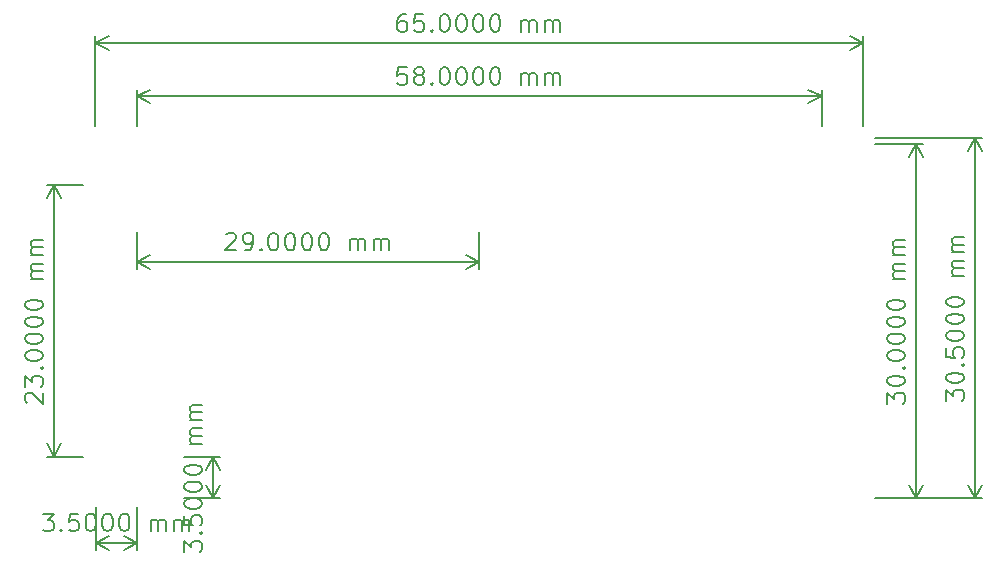
<source format=gbr>
G04 #@! TF.GenerationSoftware,KiCad,Pcbnew,8.0.0*
G04 #@! TF.CreationDate,2024-03-06T16:50:22+00:00*
G04 #@! TF.ProjectId,cyclops,6379636c-6f70-4732-9e6b-696361645f70,rev?*
G04 #@! TF.SameCoordinates,Original*
G04 #@! TF.FileFunction,OtherDrawing,Comment*
%FSLAX46Y46*%
G04 Gerber Fmt 4.6, Leading zero omitted, Abs format (unit mm)*
G04 Created by KiCad (PCBNEW 8.0.0) date 2024-03-06 16:50:22*
%MOMM*%
%LPD*%
G01*
G04 APERTURE LIST*
%ADD10C,0.150000*%
G04 APERTURE END LIST*
D10*
X117403128Y-103910714D02*
X117403128Y-102982142D01*
X117403128Y-102982142D02*
X117974557Y-103482142D01*
X117974557Y-103482142D02*
X117974557Y-103267857D01*
X117974557Y-103267857D02*
X118045985Y-103125000D01*
X118045985Y-103125000D02*
X118117414Y-103053571D01*
X118117414Y-103053571D02*
X118260271Y-102982142D01*
X118260271Y-102982142D02*
X118617414Y-102982142D01*
X118617414Y-102982142D02*
X118760271Y-103053571D01*
X118760271Y-103053571D02*
X118831700Y-103125000D01*
X118831700Y-103125000D02*
X118903128Y-103267857D01*
X118903128Y-103267857D02*
X118903128Y-103696428D01*
X118903128Y-103696428D02*
X118831700Y-103839285D01*
X118831700Y-103839285D02*
X118760271Y-103910714D01*
X118760271Y-102339286D02*
X118831700Y-102267857D01*
X118831700Y-102267857D02*
X118903128Y-102339286D01*
X118903128Y-102339286D02*
X118831700Y-102410714D01*
X118831700Y-102410714D02*
X118760271Y-102339286D01*
X118760271Y-102339286D02*
X118903128Y-102339286D01*
X117403128Y-100910714D02*
X117403128Y-101625000D01*
X117403128Y-101625000D02*
X118117414Y-101696428D01*
X118117414Y-101696428D02*
X118045985Y-101625000D01*
X118045985Y-101625000D02*
X117974557Y-101482143D01*
X117974557Y-101482143D02*
X117974557Y-101125000D01*
X117974557Y-101125000D02*
X118045985Y-100982143D01*
X118045985Y-100982143D02*
X118117414Y-100910714D01*
X118117414Y-100910714D02*
X118260271Y-100839285D01*
X118260271Y-100839285D02*
X118617414Y-100839285D01*
X118617414Y-100839285D02*
X118760271Y-100910714D01*
X118760271Y-100910714D02*
X118831700Y-100982143D01*
X118831700Y-100982143D02*
X118903128Y-101125000D01*
X118903128Y-101125000D02*
X118903128Y-101482143D01*
X118903128Y-101482143D02*
X118831700Y-101625000D01*
X118831700Y-101625000D02*
X118760271Y-101696428D01*
X117403128Y-99910714D02*
X117403128Y-99767857D01*
X117403128Y-99767857D02*
X117474557Y-99625000D01*
X117474557Y-99625000D02*
X117545985Y-99553572D01*
X117545985Y-99553572D02*
X117688842Y-99482143D01*
X117688842Y-99482143D02*
X117974557Y-99410714D01*
X117974557Y-99410714D02*
X118331700Y-99410714D01*
X118331700Y-99410714D02*
X118617414Y-99482143D01*
X118617414Y-99482143D02*
X118760271Y-99553572D01*
X118760271Y-99553572D02*
X118831700Y-99625000D01*
X118831700Y-99625000D02*
X118903128Y-99767857D01*
X118903128Y-99767857D02*
X118903128Y-99910714D01*
X118903128Y-99910714D02*
X118831700Y-100053572D01*
X118831700Y-100053572D02*
X118760271Y-100125000D01*
X118760271Y-100125000D02*
X118617414Y-100196429D01*
X118617414Y-100196429D02*
X118331700Y-100267857D01*
X118331700Y-100267857D02*
X117974557Y-100267857D01*
X117974557Y-100267857D02*
X117688842Y-100196429D01*
X117688842Y-100196429D02*
X117545985Y-100125000D01*
X117545985Y-100125000D02*
X117474557Y-100053572D01*
X117474557Y-100053572D02*
X117403128Y-99910714D01*
X117403128Y-98482143D02*
X117403128Y-98339286D01*
X117403128Y-98339286D02*
X117474557Y-98196429D01*
X117474557Y-98196429D02*
X117545985Y-98125001D01*
X117545985Y-98125001D02*
X117688842Y-98053572D01*
X117688842Y-98053572D02*
X117974557Y-97982143D01*
X117974557Y-97982143D02*
X118331700Y-97982143D01*
X118331700Y-97982143D02*
X118617414Y-98053572D01*
X118617414Y-98053572D02*
X118760271Y-98125001D01*
X118760271Y-98125001D02*
X118831700Y-98196429D01*
X118831700Y-98196429D02*
X118903128Y-98339286D01*
X118903128Y-98339286D02*
X118903128Y-98482143D01*
X118903128Y-98482143D02*
X118831700Y-98625001D01*
X118831700Y-98625001D02*
X118760271Y-98696429D01*
X118760271Y-98696429D02*
X118617414Y-98767858D01*
X118617414Y-98767858D02*
X118331700Y-98839286D01*
X118331700Y-98839286D02*
X117974557Y-98839286D01*
X117974557Y-98839286D02*
X117688842Y-98767858D01*
X117688842Y-98767858D02*
X117545985Y-98696429D01*
X117545985Y-98696429D02*
X117474557Y-98625001D01*
X117474557Y-98625001D02*
X117403128Y-98482143D01*
X117403128Y-97053572D02*
X117403128Y-96910715D01*
X117403128Y-96910715D02*
X117474557Y-96767858D01*
X117474557Y-96767858D02*
X117545985Y-96696430D01*
X117545985Y-96696430D02*
X117688842Y-96625001D01*
X117688842Y-96625001D02*
X117974557Y-96553572D01*
X117974557Y-96553572D02*
X118331700Y-96553572D01*
X118331700Y-96553572D02*
X118617414Y-96625001D01*
X118617414Y-96625001D02*
X118760271Y-96696430D01*
X118760271Y-96696430D02*
X118831700Y-96767858D01*
X118831700Y-96767858D02*
X118903128Y-96910715D01*
X118903128Y-96910715D02*
X118903128Y-97053572D01*
X118903128Y-97053572D02*
X118831700Y-97196430D01*
X118831700Y-97196430D02*
X118760271Y-97267858D01*
X118760271Y-97267858D02*
X118617414Y-97339287D01*
X118617414Y-97339287D02*
X118331700Y-97410715D01*
X118331700Y-97410715D02*
X117974557Y-97410715D01*
X117974557Y-97410715D02*
X117688842Y-97339287D01*
X117688842Y-97339287D02*
X117545985Y-97267858D01*
X117545985Y-97267858D02*
X117474557Y-97196430D01*
X117474557Y-97196430D02*
X117403128Y-97053572D01*
X118903128Y-94767859D02*
X117903128Y-94767859D01*
X118045985Y-94767859D02*
X117974557Y-94696430D01*
X117974557Y-94696430D02*
X117903128Y-94553573D01*
X117903128Y-94553573D02*
X117903128Y-94339287D01*
X117903128Y-94339287D02*
X117974557Y-94196430D01*
X117974557Y-94196430D02*
X118117414Y-94125002D01*
X118117414Y-94125002D02*
X118903128Y-94125002D01*
X118117414Y-94125002D02*
X117974557Y-94053573D01*
X117974557Y-94053573D02*
X117903128Y-93910716D01*
X117903128Y-93910716D02*
X117903128Y-93696430D01*
X117903128Y-93696430D02*
X117974557Y-93553573D01*
X117974557Y-93553573D02*
X118117414Y-93482144D01*
X118117414Y-93482144D02*
X118903128Y-93482144D01*
X118903128Y-92767859D02*
X117903128Y-92767859D01*
X118045985Y-92767859D02*
X117974557Y-92696430D01*
X117974557Y-92696430D02*
X117903128Y-92553573D01*
X117903128Y-92553573D02*
X117903128Y-92339287D01*
X117903128Y-92339287D02*
X117974557Y-92196430D01*
X117974557Y-92196430D02*
X118117414Y-92125002D01*
X118117414Y-92125002D02*
X118903128Y-92125002D01*
X118117414Y-92125002D02*
X117974557Y-92053573D01*
X117974557Y-92053573D02*
X117903128Y-91910716D01*
X117903128Y-91910716D02*
X117903128Y-91696430D01*
X117903128Y-91696430D02*
X117974557Y-91553573D01*
X117974557Y-91553573D02*
X118117414Y-91482144D01*
X118117414Y-91482144D02*
X118903128Y-91482144D01*
X117367000Y-99375001D02*
X120453420Y-99375001D01*
X117367000Y-95875001D02*
X120453420Y-95875001D01*
X119867000Y-99375001D02*
X119867000Y-95875001D01*
X119867000Y-99375001D02*
X119867000Y-95875001D01*
X119867000Y-99375001D02*
X119280579Y-98248497D01*
X119867000Y-99375001D02*
X120453421Y-98248497D01*
X119867000Y-95875001D02*
X120453421Y-97001505D01*
X119867000Y-95875001D02*
X119280579Y-97001505D01*
X181903128Y-91124999D02*
X181903128Y-90196427D01*
X181903128Y-90196427D02*
X182474557Y-90696427D01*
X182474557Y-90696427D02*
X182474557Y-90482142D01*
X182474557Y-90482142D02*
X182545985Y-90339285D01*
X182545985Y-90339285D02*
X182617414Y-90267856D01*
X182617414Y-90267856D02*
X182760271Y-90196427D01*
X182760271Y-90196427D02*
X183117414Y-90196427D01*
X183117414Y-90196427D02*
X183260271Y-90267856D01*
X183260271Y-90267856D02*
X183331700Y-90339285D01*
X183331700Y-90339285D02*
X183403128Y-90482142D01*
X183403128Y-90482142D02*
X183403128Y-90910713D01*
X183403128Y-90910713D02*
X183331700Y-91053570D01*
X183331700Y-91053570D02*
X183260271Y-91124999D01*
X181903128Y-89267856D02*
X181903128Y-89124999D01*
X181903128Y-89124999D02*
X181974557Y-88982142D01*
X181974557Y-88982142D02*
X182045985Y-88910714D01*
X182045985Y-88910714D02*
X182188842Y-88839285D01*
X182188842Y-88839285D02*
X182474557Y-88767856D01*
X182474557Y-88767856D02*
X182831700Y-88767856D01*
X182831700Y-88767856D02*
X183117414Y-88839285D01*
X183117414Y-88839285D02*
X183260271Y-88910714D01*
X183260271Y-88910714D02*
X183331700Y-88982142D01*
X183331700Y-88982142D02*
X183403128Y-89124999D01*
X183403128Y-89124999D02*
X183403128Y-89267856D01*
X183403128Y-89267856D02*
X183331700Y-89410714D01*
X183331700Y-89410714D02*
X183260271Y-89482142D01*
X183260271Y-89482142D02*
X183117414Y-89553571D01*
X183117414Y-89553571D02*
X182831700Y-89624999D01*
X182831700Y-89624999D02*
X182474557Y-89624999D01*
X182474557Y-89624999D02*
X182188842Y-89553571D01*
X182188842Y-89553571D02*
X182045985Y-89482142D01*
X182045985Y-89482142D02*
X181974557Y-89410714D01*
X181974557Y-89410714D02*
X181903128Y-89267856D01*
X183260271Y-88125000D02*
X183331700Y-88053571D01*
X183331700Y-88053571D02*
X183403128Y-88125000D01*
X183403128Y-88125000D02*
X183331700Y-88196428D01*
X183331700Y-88196428D02*
X183260271Y-88125000D01*
X183260271Y-88125000D02*
X183403128Y-88125000D01*
X181903128Y-86696428D02*
X181903128Y-87410714D01*
X181903128Y-87410714D02*
X182617414Y-87482142D01*
X182617414Y-87482142D02*
X182545985Y-87410714D01*
X182545985Y-87410714D02*
X182474557Y-87267857D01*
X182474557Y-87267857D02*
X182474557Y-86910714D01*
X182474557Y-86910714D02*
X182545985Y-86767857D01*
X182545985Y-86767857D02*
X182617414Y-86696428D01*
X182617414Y-86696428D02*
X182760271Y-86624999D01*
X182760271Y-86624999D02*
X183117414Y-86624999D01*
X183117414Y-86624999D02*
X183260271Y-86696428D01*
X183260271Y-86696428D02*
X183331700Y-86767857D01*
X183331700Y-86767857D02*
X183403128Y-86910714D01*
X183403128Y-86910714D02*
X183403128Y-87267857D01*
X183403128Y-87267857D02*
X183331700Y-87410714D01*
X183331700Y-87410714D02*
X183260271Y-87482142D01*
X181903128Y-85696428D02*
X181903128Y-85553571D01*
X181903128Y-85553571D02*
X181974557Y-85410714D01*
X181974557Y-85410714D02*
X182045985Y-85339286D01*
X182045985Y-85339286D02*
X182188842Y-85267857D01*
X182188842Y-85267857D02*
X182474557Y-85196428D01*
X182474557Y-85196428D02*
X182831700Y-85196428D01*
X182831700Y-85196428D02*
X183117414Y-85267857D01*
X183117414Y-85267857D02*
X183260271Y-85339286D01*
X183260271Y-85339286D02*
X183331700Y-85410714D01*
X183331700Y-85410714D02*
X183403128Y-85553571D01*
X183403128Y-85553571D02*
X183403128Y-85696428D01*
X183403128Y-85696428D02*
X183331700Y-85839286D01*
X183331700Y-85839286D02*
X183260271Y-85910714D01*
X183260271Y-85910714D02*
X183117414Y-85982143D01*
X183117414Y-85982143D02*
X182831700Y-86053571D01*
X182831700Y-86053571D02*
X182474557Y-86053571D01*
X182474557Y-86053571D02*
X182188842Y-85982143D01*
X182188842Y-85982143D02*
X182045985Y-85910714D01*
X182045985Y-85910714D02*
X181974557Y-85839286D01*
X181974557Y-85839286D02*
X181903128Y-85696428D01*
X181903128Y-84267857D02*
X181903128Y-84125000D01*
X181903128Y-84125000D02*
X181974557Y-83982143D01*
X181974557Y-83982143D02*
X182045985Y-83910715D01*
X182045985Y-83910715D02*
X182188842Y-83839286D01*
X182188842Y-83839286D02*
X182474557Y-83767857D01*
X182474557Y-83767857D02*
X182831700Y-83767857D01*
X182831700Y-83767857D02*
X183117414Y-83839286D01*
X183117414Y-83839286D02*
X183260271Y-83910715D01*
X183260271Y-83910715D02*
X183331700Y-83982143D01*
X183331700Y-83982143D02*
X183403128Y-84125000D01*
X183403128Y-84125000D02*
X183403128Y-84267857D01*
X183403128Y-84267857D02*
X183331700Y-84410715D01*
X183331700Y-84410715D02*
X183260271Y-84482143D01*
X183260271Y-84482143D02*
X183117414Y-84553572D01*
X183117414Y-84553572D02*
X182831700Y-84625000D01*
X182831700Y-84625000D02*
X182474557Y-84625000D01*
X182474557Y-84625000D02*
X182188842Y-84553572D01*
X182188842Y-84553572D02*
X182045985Y-84482143D01*
X182045985Y-84482143D02*
X181974557Y-84410715D01*
X181974557Y-84410715D02*
X181903128Y-84267857D01*
X181903128Y-82839286D02*
X181903128Y-82696429D01*
X181903128Y-82696429D02*
X181974557Y-82553572D01*
X181974557Y-82553572D02*
X182045985Y-82482144D01*
X182045985Y-82482144D02*
X182188842Y-82410715D01*
X182188842Y-82410715D02*
X182474557Y-82339286D01*
X182474557Y-82339286D02*
X182831700Y-82339286D01*
X182831700Y-82339286D02*
X183117414Y-82410715D01*
X183117414Y-82410715D02*
X183260271Y-82482144D01*
X183260271Y-82482144D02*
X183331700Y-82553572D01*
X183331700Y-82553572D02*
X183403128Y-82696429D01*
X183403128Y-82696429D02*
X183403128Y-82839286D01*
X183403128Y-82839286D02*
X183331700Y-82982144D01*
X183331700Y-82982144D02*
X183260271Y-83053572D01*
X183260271Y-83053572D02*
X183117414Y-83125001D01*
X183117414Y-83125001D02*
X182831700Y-83196429D01*
X182831700Y-83196429D02*
X182474557Y-83196429D01*
X182474557Y-83196429D02*
X182188842Y-83125001D01*
X182188842Y-83125001D02*
X182045985Y-83053572D01*
X182045985Y-83053572D02*
X181974557Y-82982144D01*
X181974557Y-82982144D02*
X181903128Y-82839286D01*
X183403128Y-80553573D02*
X182403128Y-80553573D01*
X182545985Y-80553573D02*
X182474557Y-80482144D01*
X182474557Y-80482144D02*
X182403128Y-80339287D01*
X182403128Y-80339287D02*
X182403128Y-80125001D01*
X182403128Y-80125001D02*
X182474557Y-79982144D01*
X182474557Y-79982144D02*
X182617414Y-79910716D01*
X182617414Y-79910716D02*
X183403128Y-79910716D01*
X182617414Y-79910716D02*
X182474557Y-79839287D01*
X182474557Y-79839287D02*
X182403128Y-79696430D01*
X182403128Y-79696430D02*
X182403128Y-79482144D01*
X182403128Y-79482144D02*
X182474557Y-79339287D01*
X182474557Y-79339287D02*
X182617414Y-79267858D01*
X182617414Y-79267858D02*
X183403128Y-79267858D01*
X183403128Y-78553573D02*
X182403128Y-78553573D01*
X182545985Y-78553573D02*
X182474557Y-78482144D01*
X182474557Y-78482144D02*
X182403128Y-78339287D01*
X182403128Y-78339287D02*
X182403128Y-78125001D01*
X182403128Y-78125001D02*
X182474557Y-77982144D01*
X182474557Y-77982144D02*
X182617414Y-77910716D01*
X182617414Y-77910716D02*
X183403128Y-77910716D01*
X182617414Y-77910716D02*
X182474557Y-77839287D01*
X182474557Y-77839287D02*
X182403128Y-77696430D01*
X182403128Y-77696430D02*
X182403128Y-77482144D01*
X182403128Y-77482144D02*
X182474557Y-77339287D01*
X182474557Y-77339287D02*
X182617414Y-77267858D01*
X182617414Y-77267858D02*
X183403128Y-77267858D01*
X175867000Y-99375001D02*
X184953420Y-99375001D01*
X175867000Y-68875001D02*
X184953420Y-68875001D01*
X184367000Y-99375001D02*
X184367000Y-68875001D01*
X184367000Y-99375001D02*
X184367000Y-68875001D01*
X184367000Y-99375001D02*
X183780579Y-98248497D01*
X184367000Y-99375001D02*
X184953421Y-98248497D01*
X184367000Y-68875001D02*
X184953421Y-70001505D01*
X184367000Y-68875001D02*
X183780579Y-70001505D01*
X176903128Y-91374999D02*
X176903128Y-90446427D01*
X176903128Y-90446427D02*
X177474557Y-90946427D01*
X177474557Y-90946427D02*
X177474557Y-90732142D01*
X177474557Y-90732142D02*
X177545985Y-90589285D01*
X177545985Y-90589285D02*
X177617414Y-90517856D01*
X177617414Y-90517856D02*
X177760271Y-90446427D01*
X177760271Y-90446427D02*
X178117414Y-90446427D01*
X178117414Y-90446427D02*
X178260271Y-90517856D01*
X178260271Y-90517856D02*
X178331700Y-90589285D01*
X178331700Y-90589285D02*
X178403128Y-90732142D01*
X178403128Y-90732142D02*
X178403128Y-91160713D01*
X178403128Y-91160713D02*
X178331700Y-91303570D01*
X178331700Y-91303570D02*
X178260271Y-91374999D01*
X176903128Y-89517856D02*
X176903128Y-89374999D01*
X176903128Y-89374999D02*
X176974557Y-89232142D01*
X176974557Y-89232142D02*
X177045985Y-89160714D01*
X177045985Y-89160714D02*
X177188842Y-89089285D01*
X177188842Y-89089285D02*
X177474557Y-89017856D01*
X177474557Y-89017856D02*
X177831700Y-89017856D01*
X177831700Y-89017856D02*
X178117414Y-89089285D01*
X178117414Y-89089285D02*
X178260271Y-89160714D01*
X178260271Y-89160714D02*
X178331700Y-89232142D01*
X178331700Y-89232142D02*
X178403128Y-89374999D01*
X178403128Y-89374999D02*
X178403128Y-89517856D01*
X178403128Y-89517856D02*
X178331700Y-89660714D01*
X178331700Y-89660714D02*
X178260271Y-89732142D01*
X178260271Y-89732142D02*
X178117414Y-89803571D01*
X178117414Y-89803571D02*
X177831700Y-89874999D01*
X177831700Y-89874999D02*
X177474557Y-89874999D01*
X177474557Y-89874999D02*
X177188842Y-89803571D01*
X177188842Y-89803571D02*
X177045985Y-89732142D01*
X177045985Y-89732142D02*
X176974557Y-89660714D01*
X176974557Y-89660714D02*
X176903128Y-89517856D01*
X178260271Y-88375000D02*
X178331700Y-88303571D01*
X178331700Y-88303571D02*
X178403128Y-88375000D01*
X178403128Y-88375000D02*
X178331700Y-88446428D01*
X178331700Y-88446428D02*
X178260271Y-88375000D01*
X178260271Y-88375000D02*
X178403128Y-88375000D01*
X176903128Y-87374999D02*
X176903128Y-87232142D01*
X176903128Y-87232142D02*
X176974557Y-87089285D01*
X176974557Y-87089285D02*
X177045985Y-87017857D01*
X177045985Y-87017857D02*
X177188842Y-86946428D01*
X177188842Y-86946428D02*
X177474557Y-86874999D01*
X177474557Y-86874999D02*
X177831700Y-86874999D01*
X177831700Y-86874999D02*
X178117414Y-86946428D01*
X178117414Y-86946428D02*
X178260271Y-87017857D01*
X178260271Y-87017857D02*
X178331700Y-87089285D01*
X178331700Y-87089285D02*
X178403128Y-87232142D01*
X178403128Y-87232142D02*
X178403128Y-87374999D01*
X178403128Y-87374999D02*
X178331700Y-87517857D01*
X178331700Y-87517857D02*
X178260271Y-87589285D01*
X178260271Y-87589285D02*
X178117414Y-87660714D01*
X178117414Y-87660714D02*
X177831700Y-87732142D01*
X177831700Y-87732142D02*
X177474557Y-87732142D01*
X177474557Y-87732142D02*
X177188842Y-87660714D01*
X177188842Y-87660714D02*
X177045985Y-87589285D01*
X177045985Y-87589285D02*
X176974557Y-87517857D01*
X176974557Y-87517857D02*
X176903128Y-87374999D01*
X176903128Y-85946428D02*
X176903128Y-85803571D01*
X176903128Y-85803571D02*
X176974557Y-85660714D01*
X176974557Y-85660714D02*
X177045985Y-85589286D01*
X177045985Y-85589286D02*
X177188842Y-85517857D01*
X177188842Y-85517857D02*
X177474557Y-85446428D01*
X177474557Y-85446428D02*
X177831700Y-85446428D01*
X177831700Y-85446428D02*
X178117414Y-85517857D01*
X178117414Y-85517857D02*
X178260271Y-85589286D01*
X178260271Y-85589286D02*
X178331700Y-85660714D01*
X178331700Y-85660714D02*
X178403128Y-85803571D01*
X178403128Y-85803571D02*
X178403128Y-85946428D01*
X178403128Y-85946428D02*
X178331700Y-86089286D01*
X178331700Y-86089286D02*
X178260271Y-86160714D01*
X178260271Y-86160714D02*
X178117414Y-86232143D01*
X178117414Y-86232143D02*
X177831700Y-86303571D01*
X177831700Y-86303571D02*
X177474557Y-86303571D01*
X177474557Y-86303571D02*
X177188842Y-86232143D01*
X177188842Y-86232143D02*
X177045985Y-86160714D01*
X177045985Y-86160714D02*
X176974557Y-86089286D01*
X176974557Y-86089286D02*
X176903128Y-85946428D01*
X176903128Y-84517857D02*
X176903128Y-84375000D01*
X176903128Y-84375000D02*
X176974557Y-84232143D01*
X176974557Y-84232143D02*
X177045985Y-84160715D01*
X177045985Y-84160715D02*
X177188842Y-84089286D01*
X177188842Y-84089286D02*
X177474557Y-84017857D01*
X177474557Y-84017857D02*
X177831700Y-84017857D01*
X177831700Y-84017857D02*
X178117414Y-84089286D01*
X178117414Y-84089286D02*
X178260271Y-84160715D01*
X178260271Y-84160715D02*
X178331700Y-84232143D01*
X178331700Y-84232143D02*
X178403128Y-84375000D01*
X178403128Y-84375000D02*
X178403128Y-84517857D01*
X178403128Y-84517857D02*
X178331700Y-84660715D01*
X178331700Y-84660715D02*
X178260271Y-84732143D01*
X178260271Y-84732143D02*
X178117414Y-84803572D01*
X178117414Y-84803572D02*
X177831700Y-84875000D01*
X177831700Y-84875000D02*
X177474557Y-84875000D01*
X177474557Y-84875000D02*
X177188842Y-84803572D01*
X177188842Y-84803572D02*
X177045985Y-84732143D01*
X177045985Y-84732143D02*
X176974557Y-84660715D01*
X176974557Y-84660715D02*
X176903128Y-84517857D01*
X176903128Y-83089286D02*
X176903128Y-82946429D01*
X176903128Y-82946429D02*
X176974557Y-82803572D01*
X176974557Y-82803572D02*
X177045985Y-82732144D01*
X177045985Y-82732144D02*
X177188842Y-82660715D01*
X177188842Y-82660715D02*
X177474557Y-82589286D01*
X177474557Y-82589286D02*
X177831700Y-82589286D01*
X177831700Y-82589286D02*
X178117414Y-82660715D01*
X178117414Y-82660715D02*
X178260271Y-82732144D01*
X178260271Y-82732144D02*
X178331700Y-82803572D01*
X178331700Y-82803572D02*
X178403128Y-82946429D01*
X178403128Y-82946429D02*
X178403128Y-83089286D01*
X178403128Y-83089286D02*
X178331700Y-83232144D01*
X178331700Y-83232144D02*
X178260271Y-83303572D01*
X178260271Y-83303572D02*
X178117414Y-83375001D01*
X178117414Y-83375001D02*
X177831700Y-83446429D01*
X177831700Y-83446429D02*
X177474557Y-83446429D01*
X177474557Y-83446429D02*
X177188842Y-83375001D01*
X177188842Y-83375001D02*
X177045985Y-83303572D01*
X177045985Y-83303572D02*
X176974557Y-83232144D01*
X176974557Y-83232144D02*
X176903128Y-83089286D01*
X178403128Y-80803573D02*
X177403128Y-80803573D01*
X177545985Y-80803573D02*
X177474557Y-80732144D01*
X177474557Y-80732144D02*
X177403128Y-80589287D01*
X177403128Y-80589287D02*
X177403128Y-80375001D01*
X177403128Y-80375001D02*
X177474557Y-80232144D01*
X177474557Y-80232144D02*
X177617414Y-80160716D01*
X177617414Y-80160716D02*
X178403128Y-80160716D01*
X177617414Y-80160716D02*
X177474557Y-80089287D01*
X177474557Y-80089287D02*
X177403128Y-79946430D01*
X177403128Y-79946430D02*
X177403128Y-79732144D01*
X177403128Y-79732144D02*
X177474557Y-79589287D01*
X177474557Y-79589287D02*
X177617414Y-79517858D01*
X177617414Y-79517858D02*
X178403128Y-79517858D01*
X178403128Y-78803573D02*
X177403128Y-78803573D01*
X177545985Y-78803573D02*
X177474557Y-78732144D01*
X177474557Y-78732144D02*
X177403128Y-78589287D01*
X177403128Y-78589287D02*
X177403128Y-78375001D01*
X177403128Y-78375001D02*
X177474557Y-78232144D01*
X177474557Y-78232144D02*
X177617414Y-78160716D01*
X177617414Y-78160716D02*
X178403128Y-78160716D01*
X177617414Y-78160716D02*
X177474557Y-78089287D01*
X177474557Y-78089287D02*
X177403128Y-77946430D01*
X177403128Y-77946430D02*
X177403128Y-77732144D01*
X177403128Y-77732144D02*
X177474557Y-77589287D01*
X177474557Y-77589287D02*
X177617414Y-77517858D01*
X177617414Y-77517858D02*
X178403128Y-77517858D01*
X175867000Y-99375001D02*
X179953420Y-99375001D01*
X175867000Y-69375001D02*
X179953420Y-69375001D01*
X179367000Y-99375001D02*
X179367000Y-69375001D01*
X179367000Y-99375001D02*
X179367000Y-69375001D01*
X179367000Y-99375001D02*
X178780579Y-98248497D01*
X179367000Y-99375001D02*
X179953421Y-98248497D01*
X179367000Y-69375001D02*
X179953421Y-70501505D01*
X179367000Y-69375001D02*
X178780579Y-70501505D01*
X105400169Y-100692229D02*
X106328741Y-100692229D01*
X106328741Y-100692229D02*
X105828741Y-101263658D01*
X105828741Y-101263658D02*
X106043026Y-101263658D01*
X106043026Y-101263658D02*
X106185884Y-101335086D01*
X106185884Y-101335086D02*
X106257312Y-101406515D01*
X106257312Y-101406515D02*
X106328741Y-101549372D01*
X106328741Y-101549372D02*
X106328741Y-101906515D01*
X106328741Y-101906515D02*
X106257312Y-102049372D01*
X106257312Y-102049372D02*
X106185884Y-102120801D01*
X106185884Y-102120801D02*
X106043026Y-102192229D01*
X106043026Y-102192229D02*
X105614455Y-102192229D01*
X105614455Y-102192229D02*
X105471598Y-102120801D01*
X105471598Y-102120801D02*
X105400169Y-102049372D01*
X106971597Y-102049372D02*
X107043026Y-102120801D01*
X107043026Y-102120801D02*
X106971597Y-102192229D01*
X106971597Y-102192229D02*
X106900169Y-102120801D01*
X106900169Y-102120801D02*
X106971597Y-102049372D01*
X106971597Y-102049372D02*
X106971597Y-102192229D01*
X108400169Y-100692229D02*
X107685883Y-100692229D01*
X107685883Y-100692229D02*
X107614455Y-101406515D01*
X107614455Y-101406515D02*
X107685883Y-101335086D01*
X107685883Y-101335086D02*
X107828741Y-101263658D01*
X107828741Y-101263658D02*
X108185883Y-101263658D01*
X108185883Y-101263658D02*
X108328741Y-101335086D01*
X108328741Y-101335086D02*
X108400169Y-101406515D01*
X108400169Y-101406515D02*
X108471598Y-101549372D01*
X108471598Y-101549372D02*
X108471598Y-101906515D01*
X108471598Y-101906515D02*
X108400169Y-102049372D01*
X108400169Y-102049372D02*
X108328741Y-102120801D01*
X108328741Y-102120801D02*
X108185883Y-102192229D01*
X108185883Y-102192229D02*
X107828741Y-102192229D01*
X107828741Y-102192229D02*
X107685883Y-102120801D01*
X107685883Y-102120801D02*
X107614455Y-102049372D01*
X109400169Y-100692229D02*
X109543026Y-100692229D01*
X109543026Y-100692229D02*
X109685883Y-100763658D01*
X109685883Y-100763658D02*
X109757312Y-100835086D01*
X109757312Y-100835086D02*
X109828740Y-100977943D01*
X109828740Y-100977943D02*
X109900169Y-101263658D01*
X109900169Y-101263658D02*
X109900169Y-101620801D01*
X109900169Y-101620801D02*
X109828740Y-101906515D01*
X109828740Y-101906515D02*
X109757312Y-102049372D01*
X109757312Y-102049372D02*
X109685883Y-102120801D01*
X109685883Y-102120801D02*
X109543026Y-102192229D01*
X109543026Y-102192229D02*
X109400169Y-102192229D01*
X109400169Y-102192229D02*
X109257312Y-102120801D01*
X109257312Y-102120801D02*
X109185883Y-102049372D01*
X109185883Y-102049372D02*
X109114454Y-101906515D01*
X109114454Y-101906515D02*
X109043026Y-101620801D01*
X109043026Y-101620801D02*
X109043026Y-101263658D01*
X109043026Y-101263658D02*
X109114454Y-100977943D01*
X109114454Y-100977943D02*
X109185883Y-100835086D01*
X109185883Y-100835086D02*
X109257312Y-100763658D01*
X109257312Y-100763658D02*
X109400169Y-100692229D01*
X110828740Y-100692229D02*
X110971597Y-100692229D01*
X110971597Y-100692229D02*
X111114454Y-100763658D01*
X111114454Y-100763658D02*
X111185883Y-100835086D01*
X111185883Y-100835086D02*
X111257311Y-100977943D01*
X111257311Y-100977943D02*
X111328740Y-101263658D01*
X111328740Y-101263658D02*
X111328740Y-101620801D01*
X111328740Y-101620801D02*
X111257311Y-101906515D01*
X111257311Y-101906515D02*
X111185883Y-102049372D01*
X111185883Y-102049372D02*
X111114454Y-102120801D01*
X111114454Y-102120801D02*
X110971597Y-102192229D01*
X110971597Y-102192229D02*
X110828740Y-102192229D01*
X110828740Y-102192229D02*
X110685883Y-102120801D01*
X110685883Y-102120801D02*
X110614454Y-102049372D01*
X110614454Y-102049372D02*
X110543025Y-101906515D01*
X110543025Y-101906515D02*
X110471597Y-101620801D01*
X110471597Y-101620801D02*
X110471597Y-101263658D01*
X110471597Y-101263658D02*
X110543025Y-100977943D01*
X110543025Y-100977943D02*
X110614454Y-100835086D01*
X110614454Y-100835086D02*
X110685883Y-100763658D01*
X110685883Y-100763658D02*
X110828740Y-100692229D01*
X112257311Y-100692229D02*
X112400168Y-100692229D01*
X112400168Y-100692229D02*
X112543025Y-100763658D01*
X112543025Y-100763658D02*
X112614454Y-100835086D01*
X112614454Y-100835086D02*
X112685882Y-100977943D01*
X112685882Y-100977943D02*
X112757311Y-101263658D01*
X112757311Y-101263658D02*
X112757311Y-101620801D01*
X112757311Y-101620801D02*
X112685882Y-101906515D01*
X112685882Y-101906515D02*
X112614454Y-102049372D01*
X112614454Y-102049372D02*
X112543025Y-102120801D01*
X112543025Y-102120801D02*
X112400168Y-102192229D01*
X112400168Y-102192229D02*
X112257311Y-102192229D01*
X112257311Y-102192229D02*
X112114454Y-102120801D01*
X112114454Y-102120801D02*
X112043025Y-102049372D01*
X112043025Y-102049372D02*
X111971596Y-101906515D01*
X111971596Y-101906515D02*
X111900168Y-101620801D01*
X111900168Y-101620801D02*
X111900168Y-101263658D01*
X111900168Y-101263658D02*
X111971596Y-100977943D01*
X111971596Y-100977943D02*
X112043025Y-100835086D01*
X112043025Y-100835086D02*
X112114454Y-100763658D01*
X112114454Y-100763658D02*
X112257311Y-100692229D01*
X114543024Y-102192229D02*
X114543024Y-101192229D01*
X114543024Y-101335086D02*
X114614453Y-101263658D01*
X114614453Y-101263658D02*
X114757310Y-101192229D01*
X114757310Y-101192229D02*
X114971596Y-101192229D01*
X114971596Y-101192229D02*
X115114453Y-101263658D01*
X115114453Y-101263658D02*
X115185882Y-101406515D01*
X115185882Y-101406515D02*
X115185882Y-102192229D01*
X115185882Y-101406515D02*
X115257310Y-101263658D01*
X115257310Y-101263658D02*
X115400167Y-101192229D01*
X115400167Y-101192229D02*
X115614453Y-101192229D01*
X115614453Y-101192229D02*
X115757310Y-101263658D01*
X115757310Y-101263658D02*
X115828739Y-101406515D01*
X115828739Y-101406515D02*
X115828739Y-102192229D01*
X116543024Y-102192229D02*
X116543024Y-101192229D01*
X116543024Y-101335086D02*
X116614453Y-101263658D01*
X116614453Y-101263658D02*
X116757310Y-101192229D01*
X116757310Y-101192229D02*
X116971596Y-101192229D01*
X116971596Y-101192229D02*
X117114453Y-101263658D01*
X117114453Y-101263658D02*
X117185882Y-101406515D01*
X117185882Y-101406515D02*
X117185882Y-102192229D01*
X117185882Y-101406515D02*
X117257310Y-101263658D01*
X117257310Y-101263658D02*
X117400167Y-101192229D01*
X117400167Y-101192229D02*
X117614453Y-101192229D01*
X117614453Y-101192229D02*
X117757310Y-101263658D01*
X117757310Y-101263658D02*
X117828739Y-101406515D01*
X117828739Y-101406515D02*
X117828739Y-102192229D01*
X113435883Y-100156101D02*
X113435883Y-103742521D01*
X109935883Y-100156101D02*
X109935883Y-103742521D01*
X113435883Y-103156101D02*
X109935883Y-103156101D01*
X113435883Y-103156101D02*
X109935883Y-103156101D01*
X113435883Y-103156101D02*
X112309379Y-103742522D01*
X113435883Y-103156101D02*
X112309379Y-102569680D01*
X109935883Y-103156101D02*
X111062387Y-102569680D01*
X109935883Y-103156101D02*
X111062387Y-103742522D01*
X136152716Y-58411129D02*
X135867001Y-58411129D01*
X135867001Y-58411129D02*
X135724144Y-58482558D01*
X135724144Y-58482558D02*
X135652716Y-58553986D01*
X135652716Y-58553986D02*
X135509858Y-58768272D01*
X135509858Y-58768272D02*
X135438430Y-59053986D01*
X135438430Y-59053986D02*
X135438430Y-59625415D01*
X135438430Y-59625415D02*
X135509858Y-59768272D01*
X135509858Y-59768272D02*
X135581287Y-59839701D01*
X135581287Y-59839701D02*
X135724144Y-59911129D01*
X135724144Y-59911129D02*
X136009858Y-59911129D01*
X136009858Y-59911129D02*
X136152716Y-59839701D01*
X136152716Y-59839701D02*
X136224144Y-59768272D01*
X136224144Y-59768272D02*
X136295573Y-59625415D01*
X136295573Y-59625415D02*
X136295573Y-59268272D01*
X136295573Y-59268272D02*
X136224144Y-59125415D01*
X136224144Y-59125415D02*
X136152716Y-59053986D01*
X136152716Y-59053986D02*
X136009858Y-58982558D01*
X136009858Y-58982558D02*
X135724144Y-58982558D01*
X135724144Y-58982558D02*
X135581287Y-59053986D01*
X135581287Y-59053986D02*
X135509858Y-59125415D01*
X135509858Y-59125415D02*
X135438430Y-59268272D01*
X137652715Y-58411129D02*
X136938429Y-58411129D01*
X136938429Y-58411129D02*
X136867001Y-59125415D01*
X136867001Y-59125415D02*
X136938429Y-59053986D01*
X136938429Y-59053986D02*
X137081287Y-58982558D01*
X137081287Y-58982558D02*
X137438429Y-58982558D01*
X137438429Y-58982558D02*
X137581287Y-59053986D01*
X137581287Y-59053986D02*
X137652715Y-59125415D01*
X137652715Y-59125415D02*
X137724144Y-59268272D01*
X137724144Y-59268272D02*
X137724144Y-59625415D01*
X137724144Y-59625415D02*
X137652715Y-59768272D01*
X137652715Y-59768272D02*
X137581287Y-59839701D01*
X137581287Y-59839701D02*
X137438429Y-59911129D01*
X137438429Y-59911129D02*
X137081287Y-59911129D01*
X137081287Y-59911129D02*
X136938429Y-59839701D01*
X136938429Y-59839701D02*
X136867001Y-59768272D01*
X138367000Y-59768272D02*
X138438429Y-59839701D01*
X138438429Y-59839701D02*
X138367000Y-59911129D01*
X138367000Y-59911129D02*
X138295572Y-59839701D01*
X138295572Y-59839701D02*
X138367000Y-59768272D01*
X138367000Y-59768272D02*
X138367000Y-59911129D01*
X139367001Y-58411129D02*
X139509858Y-58411129D01*
X139509858Y-58411129D02*
X139652715Y-58482558D01*
X139652715Y-58482558D02*
X139724144Y-58553986D01*
X139724144Y-58553986D02*
X139795572Y-58696843D01*
X139795572Y-58696843D02*
X139867001Y-58982558D01*
X139867001Y-58982558D02*
X139867001Y-59339701D01*
X139867001Y-59339701D02*
X139795572Y-59625415D01*
X139795572Y-59625415D02*
X139724144Y-59768272D01*
X139724144Y-59768272D02*
X139652715Y-59839701D01*
X139652715Y-59839701D02*
X139509858Y-59911129D01*
X139509858Y-59911129D02*
X139367001Y-59911129D01*
X139367001Y-59911129D02*
X139224144Y-59839701D01*
X139224144Y-59839701D02*
X139152715Y-59768272D01*
X139152715Y-59768272D02*
X139081286Y-59625415D01*
X139081286Y-59625415D02*
X139009858Y-59339701D01*
X139009858Y-59339701D02*
X139009858Y-58982558D01*
X139009858Y-58982558D02*
X139081286Y-58696843D01*
X139081286Y-58696843D02*
X139152715Y-58553986D01*
X139152715Y-58553986D02*
X139224144Y-58482558D01*
X139224144Y-58482558D02*
X139367001Y-58411129D01*
X140795572Y-58411129D02*
X140938429Y-58411129D01*
X140938429Y-58411129D02*
X141081286Y-58482558D01*
X141081286Y-58482558D02*
X141152715Y-58553986D01*
X141152715Y-58553986D02*
X141224143Y-58696843D01*
X141224143Y-58696843D02*
X141295572Y-58982558D01*
X141295572Y-58982558D02*
X141295572Y-59339701D01*
X141295572Y-59339701D02*
X141224143Y-59625415D01*
X141224143Y-59625415D02*
X141152715Y-59768272D01*
X141152715Y-59768272D02*
X141081286Y-59839701D01*
X141081286Y-59839701D02*
X140938429Y-59911129D01*
X140938429Y-59911129D02*
X140795572Y-59911129D01*
X140795572Y-59911129D02*
X140652715Y-59839701D01*
X140652715Y-59839701D02*
X140581286Y-59768272D01*
X140581286Y-59768272D02*
X140509857Y-59625415D01*
X140509857Y-59625415D02*
X140438429Y-59339701D01*
X140438429Y-59339701D02*
X140438429Y-58982558D01*
X140438429Y-58982558D02*
X140509857Y-58696843D01*
X140509857Y-58696843D02*
X140581286Y-58553986D01*
X140581286Y-58553986D02*
X140652715Y-58482558D01*
X140652715Y-58482558D02*
X140795572Y-58411129D01*
X142224143Y-58411129D02*
X142367000Y-58411129D01*
X142367000Y-58411129D02*
X142509857Y-58482558D01*
X142509857Y-58482558D02*
X142581286Y-58553986D01*
X142581286Y-58553986D02*
X142652714Y-58696843D01*
X142652714Y-58696843D02*
X142724143Y-58982558D01*
X142724143Y-58982558D02*
X142724143Y-59339701D01*
X142724143Y-59339701D02*
X142652714Y-59625415D01*
X142652714Y-59625415D02*
X142581286Y-59768272D01*
X142581286Y-59768272D02*
X142509857Y-59839701D01*
X142509857Y-59839701D02*
X142367000Y-59911129D01*
X142367000Y-59911129D02*
X142224143Y-59911129D01*
X142224143Y-59911129D02*
X142081286Y-59839701D01*
X142081286Y-59839701D02*
X142009857Y-59768272D01*
X142009857Y-59768272D02*
X141938428Y-59625415D01*
X141938428Y-59625415D02*
X141867000Y-59339701D01*
X141867000Y-59339701D02*
X141867000Y-58982558D01*
X141867000Y-58982558D02*
X141938428Y-58696843D01*
X141938428Y-58696843D02*
X142009857Y-58553986D01*
X142009857Y-58553986D02*
X142081286Y-58482558D01*
X142081286Y-58482558D02*
X142224143Y-58411129D01*
X143652714Y-58411129D02*
X143795571Y-58411129D01*
X143795571Y-58411129D02*
X143938428Y-58482558D01*
X143938428Y-58482558D02*
X144009857Y-58553986D01*
X144009857Y-58553986D02*
X144081285Y-58696843D01*
X144081285Y-58696843D02*
X144152714Y-58982558D01*
X144152714Y-58982558D02*
X144152714Y-59339701D01*
X144152714Y-59339701D02*
X144081285Y-59625415D01*
X144081285Y-59625415D02*
X144009857Y-59768272D01*
X144009857Y-59768272D02*
X143938428Y-59839701D01*
X143938428Y-59839701D02*
X143795571Y-59911129D01*
X143795571Y-59911129D02*
X143652714Y-59911129D01*
X143652714Y-59911129D02*
X143509857Y-59839701D01*
X143509857Y-59839701D02*
X143438428Y-59768272D01*
X143438428Y-59768272D02*
X143366999Y-59625415D01*
X143366999Y-59625415D02*
X143295571Y-59339701D01*
X143295571Y-59339701D02*
X143295571Y-58982558D01*
X143295571Y-58982558D02*
X143366999Y-58696843D01*
X143366999Y-58696843D02*
X143438428Y-58553986D01*
X143438428Y-58553986D02*
X143509857Y-58482558D01*
X143509857Y-58482558D02*
X143652714Y-58411129D01*
X145938427Y-59911129D02*
X145938427Y-58911129D01*
X145938427Y-59053986D02*
X146009856Y-58982558D01*
X146009856Y-58982558D02*
X146152713Y-58911129D01*
X146152713Y-58911129D02*
X146366999Y-58911129D01*
X146366999Y-58911129D02*
X146509856Y-58982558D01*
X146509856Y-58982558D02*
X146581285Y-59125415D01*
X146581285Y-59125415D02*
X146581285Y-59911129D01*
X146581285Y-59125415D02*
X146652713Y-58982558D01*
X146652713Y-58982558D02*
X146795570Y-58911129D01*
X146795570Y-58911129D02*
X147009856Y-58911129D01*
X147009856Y-58911129D02*
X147152713Y-58982558D01*
X147152713Y-58982558D02*
X147224142Y-59125415D01*
X147224142Y-59125415D02*
X147224142Y-59911129D01*
X147938427Y-59911129D02*
X147938427Y-58911129D01*
X147938427Y-59053986D02*
X148009856Y-58982558D01*
X148009856Y-58982558D02*
X148152713Y-58911129D01*
X148152713Y-58911129D02*
X148366999Y-58911129D01*
X148366999Y-58911129D02*
X148509856Y-58982558D01*
X148509856Y-58982558D02*
X148581285Y-59125415D01*
X148581285Y-59125415D02*
X148581285Y-59911129D01*
X148581285Y-59125415D02*
X148652713Y-58982558D01*
X148652713Y-58982558D02*
X148795570Y-58911129D01*
X148795570Y-58911129D02*
X149009856Y-58911129D01*
X149009856Y-58911129D02*
X149152713Y-58982558D01*
X149152713Y-58982558D02*
X149224142Y-59125415D01*
X149224142Y-59125415D02*
X149224142Y-59911129D01*
X174867000Y-67875001D02*
X174867000Y-60288581D01*
X109867000Y-67875001D02*
X109867000Y-60288581D01*
X174867000Y-60875001D02*
X109867000Y-60875001D01*
X174867000Y-60875001D02*
X109867000Y-60875001D01*
X174867000Y-60875001D02*
X173740496Y-61461422D01*
X174867000Y-60875001D02*
X173740496Y-60288580D01*
X109867000Y-60875001D02*
X110993504Y-60288580D01*
X109867000Y-60875001D02*
X110993504Y-61461422D01*
X104045985Y-91303570D02*
X103974557Y-91232142D01*
X103974557Y-91232142D02*
X103903128Y-91089285D01*
X103903128Y-91089285D02*
X103903128Y-90732142D01*
X103903128Y-90732142D02*
X103974557Y-90589285D01*
X103974557Y-90589285D02*
X104045985Y-90517856D01*
X104045985Y-90517856D02*
X104188842Y-90446427D01*
X104188842Y-90446427D02*
X104331700Y-90446427D01*
X104331700Y-90446427D02*
X104545985Y-90517856D01*
X104545985Y-90517856D02*
X105403128Y-91374999D01*
X105403128Y-91374999D02*
X105403128Y-90446427D01*
X103903128Y-89946428D02*
X103903128Y-89017856D01*
X103903128Y-89017856D02*
X104474557Y-89517856D01*
X104474557Y-89517856D02*
X104474557Y-89303571D01*
X104474557Y-89303571D02*
X104545985Y-89160714D01*
X104545985Y-89160714D02*
X104617414Y-89089285D01*
X104617414Y-89089285D02*
X104760271Y-89017856D01*
X104760271Y-89017856D02*
X105117414Y-89017856D01*
X105117414Y-89017856D02*
X105260271Y-89089285D01*
X105260271Y-89089285D02*
X105331700Y-89160714D01*
X105331700Y-89160714D02*
X105403128Y-89303571D01*
X105403128Y-89303571D02*
X105403128Y-89732142D01*
X105403128Y-89732142D02*
X105331700Y-89874999D01*
X105331700Y-89874999D02*
X105260271Y-89946428D01*
X105260271Y-88375000D02*
X105331700Y-88303571D01*
X105331700Y-88303571D02*
X105403128Y-88375000D01*
X105403128Y-88375000D02*
X105331700Y-88446428D01*
X105331700Y-88446428D02*
X105260271Y-88375000D01*
X105260271Y-88375000D02*
X105403128Y-88375000D01*
X103903128Y-87374999D02*
X103903128Y-87232142D01*
X103903128Y-87232142D02*
X103974557Y-87089285D01*
X103974557Y-87089285D02*
X104045985Y-87017857D01*
X104045985Y-87017857D02*
X104188842Y-86946428D01*
X104188842Y-86946428D02*
X104474557Y-86874999D01*
X104474557Y-86874999D02*
X104831700Y-86874999D01*
X104831700Y-86874999D02*
X105117414Y-86946428D01*
X105117414Y-86946428D02*
X105260271Y-87017857D01*
X105260271Y-87017857D02*
X105331700Y-87089285D01*
X105331700Y-87089285D02*
X105403128Y-87232142D01*
X105403128Y-87232142D02*
X105403128Y-87374999D01*
X105403128Y-87374999D02*
X105331700Y-87517857D01*
X105331700Y-87517857D02*
X105260271Y-87589285D01*
X105260271Y-87589285D02*
X105117414Y-87660714D01*
X105117414Y-87660714D02*
X104831700Y-87732142D01*
X104831700Y-87732142D02*
X104474557Y-87732142D01*
X104474557Y-87732142D02*
X104188842Y-87660714D01*
X104188842Y-87660714D02*
X104045985Y-87589285D01*
X104045985Y-87589285D02*
X103974557Y-87517857D01*
X103974557Y-87517857D02*
X103903128Y-87374999D01*
X103903128Y-85946428D02*
X103903128Y-85803571D01*
X103903128Y-85803571D02*
X103974557Y-85660714D01*
X103974557Y-85660714D02*
X104045985Y-85589286D01*
X104045985Y-85589286D02*
X104188842Y-85517857D01*
X104188842Y-85517857D02*
X104474557Y-85446428D01*
X104474557Y-85446428D02*
X104831700Y-85446428D01*
X104831700Y-85446428D02*
X105117414Y-85517857D01*
X105117414Y-85517857D02*
X105260271Y-85589286D01*
X105260271Y-85589286D02*
X105331700Y-85660714D01*
X105331700Y-85660714D02*
X105403128Y-85803571D01*
X105403128Y-85803571D02*
X105403128Y-85946428D01*
X105403128Y-85946428D02*
X105331700Y-86089286D01*
X105331700Y-86089286D02*
X105260271Y-86160714D01*
X105260271Y-86160714D02*
X105117414Y-86232143D01*
X105117414Y-86232143D02*
X104831700Y-86303571D01*
X104831700Y-86303571D02*
X104474557Y-86303571D01*
X104474557Y-86303571D02*
X104188842Y-86232143D01*
X104188842Y-86232143D02*
X104045985Y-86160714D01*
X104045985Y-86160714D02*
X103974557Y-86089286D01*
X103974557Y-86089286D02*
X103903128Y-85946428D01*
X103903128Y-84517857D02*
X103903128Y-84375000D01*
X103903128Y-84375000D02*
X103974557Y-84232143D01*
X103974557Y-84232143D02*
X104045985Y-84160715D01*
X104045985Y-84160715D02*
X104188842Y-84089286D01*
X104188842Y-84089286D02*
X104474557Y-84017857D01*
X104474557Y-84017857D02*
X104831700Y-84017857D01*
X104831700Y-84017857D02*
X105117414Y-84089286D01*
X105117414Y-84089286D02*
X105260271Y-84160715D01*
X105260271Y-84160715D02*
X105331700Y-84232143D01*
X105331700Y-84232143D02*
X105403128Y-84375000D01*
X105403128Y-84375000D02*
X105403128Y-84517857D01*
X105403128Y-84517857D02*
X105331700Y-84660715D01*
X105331700Y-84660715D02*
X105260271Y-84732143D01*
X105260271Y-84732143D02*
X105117414Y-84803572D01*
X105117414Y-84803572D02*
X104831700Y-84875000D01*
X104831700Y-84875000D02*
X104474557Y-84875000D01*
X104474557Y-84875000D02*
X104188842Y-84803572D01*
X104188842Y-84803572D02*
X104045985Y-84732143D01*
X104045985Y-84732143D02*
X103974557Y-84660715D01*
X103974557Y-84660715D02*
X103903128Y-84517857D01*
X103903128Y-83089286D02*
X103903128Y-82946429D01*
X103903128Y-82946429D02*
X103974557Y-82803572D01*
X103974557Y-82803572D02*
X104045985Y-82732144D01*
X104045985Y-82732144D02*
X104188842Y-82660715D01*
X104188842Y-82660715D02*
X104474557Y-82589286D01*
X104474557Y-82589286D02*
X104831700Y-82589286D01*
X104831700Y-82589286D02*
X105117414Y-82660715D01*
X105117414Y-82660715D02*
X105260271Y-82732144D01*
X105260271Y-82732144D02*
X105331700Y-82803572D01*
X105331700Y-82803572D02*
X105403128Y-82946429D01*
X105403128Y-82946429D02*
X105403128Y-83089286D01*
X105403128Y-83089286D02*
X105331700Y-83232144D01*
X105331700Y-83232144D02*
X105260271Y-83303572D01*
X105260271Y-83303572D02*
X105117414Y-83375001D01*
X105117414Y-83375001D02*
X104831700Y-83446429D01*
X104831700Y-83446429D02*
X104474557Y-83446429D01*
X104474557Y-83446429D02*
X104188842Y-83375001D01*
X104188842Y-83375001D02*
X104045985Y-83303572D01*
X104045985Y-83303572D02*
X103974557Y-83232144D01*
X103974557Y-83232144D02*
X103903128Y-83089286D01*
X105403128Y-80803573D02*
X104403128Y-80803573D01*
X104545985Y-80803573D02*
X104474557Y-80732144D01*
X104474557Y-80732144D02*
X104403128Y-80589287D01*
X104403128Y-80589287D02*
X104403128Y-80375001D01*
X104403128Y-80375001D02*
X104474557Y-80232144D01*
X104474557Y-80232144D02*
X104617414Y-80160716D01*
X104617414Y-80160716D02*
X105403128Y-80160716D01*
X104617414Y-80160716D02*
X104474557Y-80089287D01*
X104474557Y-80089287D02*
X104403128Y-79946430D01*
X104403128Y-79946430D02*
X104403128Y-79732144D01*
X104403128Y-79732144D02*
X104474557Y-79589287D01*
X104474557Y-79589287D02*
X104617414Y-79517858D01*
X104617414Y-79517858D02*
X105403128Y-79517858D01*
X105403128Y-78803573D02*
X104403128Y-78803573D01*
X104545985Y-78803573D02*
X104474557Y-78732144D01*
X104474557Y-78732144D02*
X104403128Y-78589287D01*
X104403128Y-78589287D02*
X104403128Y-78375001D01*
X104403128Y-78375001D02*
X104474557Y-78232144D01*
X104474557Y-78232144D02*
X104617414Y-78160716D01*
X104617414Y-78160716D02*
X105403128Y-78160716D01*
X104617414Y-78160716D02*
X104474557Y-78089287D01*
X104474557Y-78089287D02*
X104403128Y-77946430D01*
X104403128Y-77946430D02*
X104403128Y-77732144D01*
X104403128Y-77732144D02*
X104474557Y-77589287D01*
X104474557Y-77589287D02*
X104617414Y-77517858D01*
X104617414Y-77517858D02*
X105403128Y-77517858D01*
X108867000Y-72875001D02*
X105780580Y-72875001D01*
X108867000Y-95875001D02*
X105780580Y-95875001D01*
X106367000Y-72875001D02*
X106367000Y-95875001D01*
X106367000Y-72875001D02*
X106367000Y-95875001D01*
X106367000Y-72875001D02*
X106953421Y-74001505D01*
X106367000Y-72875001D02*
X105780579Y-74001505D01*
X106367000Y-95875001D02*
X105780579Y-94748497D01*
X106367000Y-95875001D02*
X106953421Y-94748497D01*
X136224144Y-62911129D02*
X135509858Y-62911129D01*
X135509858Y-62911129D02*
X135438430Y-63625415D01*
X135438430Y-63625415D02*
X135509858Y-63553986D01*
X135509858Y-63553986D02*
X135652716Y-63482558D01*
X135652716Y-63482558D02*
X136009858Y-63482558D01*
X136009858Y-63482558D02*
X136152716Y-63553986D01*
X136152716Y-63553986D02*
X136224144Y-63625415D01*
X136224144Y-63625415D02*
X136295573Y-63768272D01*
X136295573Y-63768272D02*
X136295573Y-64125415D01*
X136295573Y-64125415D02*
X136224144Y-64268272D01*
X136224144Y-64268272D02*
X136152716Y-64339701D01*
X136152716Y-64339701D02*
X136009858Y-64411129D01*
X136009858Y-64411129D02*
X135652716Y-64411129D01*
X135652716Y-64411129D02*
X135509858Y-64339701D01*
X135509858Y-64339701D02*
X135438430Y-64268272D01*
X137152715Y-63553986D02*
X137009858Y-63482558D01*
X137009858Y-63482558D02*
X136938429Y-63411129D01*
X136938429Y-63411129D02*
X136867001Y-63268272D01*
X136867001Y-63268272D02*
X136867001Y-63196843D01*
X136867001Y-63196843D02*
X136938429Y-63053986D01*
X136938429Y-63053986D02*
X137009858Y-62982558D01*
X137009858Y-62982558D02*
X137152715Y-62911129D01*
X137152715Y-62911129D02*
X137438429Y-62911129D01*
X137438429Y-62911129D02*
X137581287Y-62982558D01*
X137581287Y-62982558D02*
X137652715Y-63053986D01*
X137652715Y-63053986D02*
X137724144Y-63196843D01*
X137724144Y-63196843D02*
X137724144Y-63268272D01*
X137724144Y-63268272D02*
X137652715Y-63411129D01*
X137652715Y-63411129D02*
X137581287Y-63482558D01*
X137581287Y-63482558D02*
X137438429Y-63553986D01*
X137438429Y-63553986D02*
X137152715Y-63553986D01*
X137152715Y-63553986D02*
X137009858Y-63625415D01*
X137009858Y-63625415D02*
X136938429Y-63696843D01*
X136938429Y-63696843D02*
X136867001Y-63839701D01*
X136867001Y-63839701D02*
X136867001Y-64125415D01*
X136867001Y-64125415D02*
X136938429Y-64268272D01*
X136938429Y-64268272D02*
X137009858Y-64339701D01*
X137009858Y-64339701D02*
X137152715Y-64411129D01*
X137152715Y-64411129D02*
X137438429Y-64411129D01*
X137438429Y-64411129D02*
X137581287Y-64339701D01*
X137581287Y-64339701D02*
X137652715Y-64268272D01*
X137652715Y-64268272D02*
X137724144Y-64125415D01*
X137724144Y-64125415D02*
X137724144Y-63839701D01*
X137724144Y-63839701D02*
X137652715Y-63696843D01*
X137652715Y-63696843D02*
X137581287Y-63625415D01*
X137581287Y-63625415D02*
X137438429Y-63553986D01*
X138367000Y-64268272D02*
X138438429Y-64339701D01*
X138438429Y-64339701D02*
X138367000Y-64411129D01*
X138367000Y-64411129D02*
X138295572Y-64339701D01*
X138295572Y-64339701D02*
X138367000Y-64268272D01*
X138367000Y-64268272D02*
X138367000Y-64411129D01*
X139367001Y-62911129D02*
X139509858Y-62911129D01*
X139509858Y-62911129D02*
X139652715Y-62982558D01*
X139652715Y-62982558D02*
X139724144Y-63053986D01*
X139724144Y-63053986D02*
X139795572Y-63196843D01*
X139795572Y-63196843D02*
X139867001Y-63482558D01*
X139867001Y-63482558D02*
X139867001Y-63839701D01*
X139867001Y-63839701D02*
X139795572Y-64125415D01*
X139795572Y-64125415D02*
X139724144Y-64268272D01*
X139724144Y-64268272D02*
X139652715Y-64339701D01*
X139652715Y-64339701D02*
X139509858Y-64411129D01*
X139509858Y-64411129D02*
X139367001Y-64411129D01*
X139367001Y-64411129D02*
X139224144Y-64339701D01*
X139224144Y-64339701D02*
X139152715Y-64268272D01*
X139152715Y-64268272D02*
X139081286Y-64125415D01*
X139081286Y-64125415D02*
X139009858Y-63839701D01*
X139009858Y-63839701D02*
X139009858Y-63482558D01*
X139009858Y-63482558D02*
X139081286Y-63196843D01*
X139081286Y-63196843D02*
X139152715Y-63053986D01*
X139152715Y-63053986D02*
X139224144Y-62982558D01*
X139224144Y-62982558D02*
X139367001Y-62911129D01*
X140795572Y-62911129D02*
X140938429Y-62911129D01*
X140938429Y-62911129D02*
X141081286Y-62982558D01*
X141081286Y-62982558D02*
X141152715Y-63053986D01*
X141152715Y-63053986D02*
X141224143Y-63196843D01*
X141224143Y-63196843D02*
X141295572Y-63482558D01*
X141295572Y-63482558D02*
X141295572Y-63839701D01*
X141295572Y-63839701D02*
X141224143Y-64125415D01*
X141224143Y-64125415D02*
X141152715Y-64268272D01*
X141152715Y-64268272D02*
X141081286Y-64339701D01*
X141081286Y-64339701D02*
X140938429Y-64411129D01*
X140938429Y-64411129D02*
X140795572Y-64411129D01*
X140795572Y-64411129D02*
X140652715Y-64339701D01*
X140652715Y-64339701D02*
X140581286Y-64268272D01*
X140581286Y-64268272D02*
X140509857Y-64125415D01*
X140509857Y-64125415D02*
X140438429Y-63839701D01*
X140438429Y-63839701D02*
X140438429Y-63482558D01*
X140438429Y-63482558D02*
X140509857Y-63196843D01*
X140509857Y-63196843D02*
X140581286Y-63053986D01*
X140581286Y-63053986D02*
X140652715Y-62982558D01*
X140652715Y-62982558D02*
X140795572Y-62911129D01*
X142224143Y-62911129D02*
X142367000Y-62911129D01*
X142367000Y-62911129D02*
X142509857Y-62982558D01*
X142509857Y-62982558D02*
X142581286Y-63053986D01*
X142581286Y-63053986D02*
X142652714Y-63196843D01*
X142652714Y-63196843D02*
X142724143Y-63482558D01*
X142724143Y-63482558D02*
X142724143Y-63839701D01*
X142724143Y-63839701D02*
X142652714Y-64125415D01*
X142652714Y-64125415D02*
X142581286Y-64268272D01*
X142581286Y-64268272D02*
X142509857Y-64339701D01*
X142509857Y-64339701D02*
X142367000Y-64411129D01*
X142367000Y-64411129D02*
X142224143Y-64411129D01*
X142224143Y-64411129D02*
X142081286Y-64339701D01*
X142081286Y-64339701D02*
X142009857Y-64268272D01*
X142009857Y-64268272D02*
X141938428Y-64125415D01*
X141938428Y-64125415D02*
X141867000Y-63839701D01*
X141867000Y-63839701D02*
X141867000Y-63482558D01*
X141867000Y-63482558D02*
X141938428Y-63196843D01*
X141938428Y-63196843D02*
X142009857Y-63053986D01*
X142009857Y-63053986D02*
X142081286Y-62982558D01*
X142081286Y-62982558D02*
X142224143Y-62911129D01*
X143652714Y-62911129D02*
X143795571Y-62911129D01*
X143795571Y-62911129D02*
X143938428Y-62982558D01*
X143938428Y-62982558D02*
X144009857Y-63053986D01*
X144009857Y-63053986D02*
X144081285Y-63196843D01*
X144081285Y-63196843D02*
X144152714Y-63482558D01*
X144152714Y-63482558D02*
X144152714Y-63839701D01*
X144152714Y-63839701D02*
X144081285Y-64125415D01*
X144081285Y-64125415D02*
X144009857Y-64268272D01*
X144009857Y-64268272D02*
X143938428Y-64339701D01*
X143938428Y-64339701D02*
X143795571Y-64411129D01*
X143795571Y-64411129D02*
X143652714Y-64411129D01*
X143652714Y-64411129D02*
X143509857Y-64339701D01*
X143509857Y-64339701D02*
X143438428Y-64268272D01*
X143438428Y-64268272D02*
X143366999Y-64125415D01*
X143366999Y-64125415D02*
X143295571Y-63839701D01*
X143295571Y-63839701D02*
X143295571Y-63482558D01*
X143295571Y-63482558D02*
X143366999Y-63196843D01*
X143366999Y-63196843D02*
X143438428Y-63053986D01*
X143438428Y-63053986D02*
X143509857Y-62982558D01*
X143509857Y-62982558D02*
X143652714Y-62911129D01*
X145938427Y-64411129D02*
X145938427Y-63411129D01*
X145938427Y-63553986D02*
X146009856Y-63482558D01*
X146009856Y-63482558D02*
X146152713Y-63411129D01*
X146152713Y-63411129D02*
X146366999Y-63411129D01*
X146366999Y-63411129D02*
X146509856Y-63482558D01*
X146509856Y-63482558D02*
X146581285Y-63625415D01*
X146581285Y-63625415D02*
X146581285Y-64411129D01*
X146581285Y-63625415D02*
X146652713Y-63482558D01*
X146652713Y-63482558D02*
X146795570Y-63411129D01*
X146795570Y-63411129D02*
X147009856Y-63411129D01*
X147009856Y-63411129D02*
X147152713Y-63482558D01*
X147152713Y-63482558D02*
X147224142Y-63625415D01*
X147224142Y-63625415D02*
X147224142Y-64411129D01*
X147938427Y-64411129D02*
X147938427Y-63411129D01*
X147938427Y-63553986D02*
X148009856Y-63482558D01*
X148009856Y-63482558D02*
X148152713Y-63411129D01*
X148152713Y-63411129D02*
X148366999Y-63411129D01*
X148366999Y-63411129D02*
X148509856Y-63482558D01*
X148509856Y-63482558D02*
X148581285Y-63625415D01*
X148581285Y-63625415D02*
X148581285Y-64411129D01*
X148581285Y-63625415D02*
X148652713Y-63482558D01*
X148652713Y-63482558D02*
X148795570Y-63411129D01*
X148795570Y-63411129D02*
X149009856Y-63411129D01*
X149009856Y-63411129D02*
X149152713Y-63482558D01*
X149152713Y-63482558D02*
X149224142Y-63625415D01*
X149224142Y-63625415D02*
X149224142Y-64411129D01*
X171367000Y-67875001D02*
X171367000Y-64788581D01*
X113367000Y-67875001D02*
X113367000Y-64788581D01*
X171367000Y-65375001D02*
X113367000Y-65375001D01*
X171367000Y-65375001D02*
X113367000Y-65375001D01*
X171367000Y-65375001D02*
X170240496Y-65961422D01*
X171367000Y-65375001D02*
X170240496Y-64788580D01*
X113367000Y-65375001D02*
X114493504Y-64788580D01*
X113367000Y-65375001D02*
X114493504Y-65961422D01*
X120938430Y-77053985D02*
X121009858Y-76982557D01*
X121009858Y-76982557D02*
X121152716Y-76911128D01*
X121152716Y-76911128D02*
X121509858Y-76911128D01*
X121509858Y-76911128D02*
X121652716Y-76982557D01*
X121652716Y-76982557D02*
X121724144Y-77053985D01*
X121724144Y-77053985D02*
X121795573Y-77196842D01*
X121795573Y-77196842D02*
X121795573Y-77339700D01*
X121795573Y-77339700D02*
X121724144Y-77553985D01*
X121724144Y-77553985D02*
X120867001Y-78411128D01*
X120867001Y-78411128D02*
X121795573Y-78411128D01*
X122509858Y-78411128D02*
X122795572Y-78411128D01*
X122795572Y-78411128D02*
X122938429Y-78339700D01*
X122938429Y-78339700D02*
X123009858Y-78268271D01*
X123009858Y-78268271D02*
X123152715Y-78053985D01*
X123152715Y-78053985D02*
X123224144Y-77768271D01*
X123224144Y-77768271D02*
X123224144Y-77196842D01*
X123224144Y-77196842D02*
X123152715Y-77053985D01*
X123152715Y-77053985D02*
X123081287Y-76982557D01*
X123081287Y-76982557D02*
X122938429Y-76911128D01*
X122938429Y-76911128D02*
X122652715Y-76911128D01*
X122652715Y-76911128D02*
X122509858Y-76982557D01*
X122509858Y-76982557D02*
X122438429Y-77053985D01*
X122438429Y-77053985D02*
X122367001Y-77196842D01*
X122367001Y-77196842D02*
X122367001Y-77553985D01*
X122367001Y-77553985D02*
X122438429Y-77696842D01*
X122438429Y-77696842D02*
X122509858Y-77768271D01*
X122509858Y-77768271D02*
X122652715Y-77839700D01*
X122652715Y-77839700D02*
X122938429Y-77839700D01*
X122938429Y-77839700D02*
X123081287Y-77768271D01*
X123081287Y-77768271D02*
X123152715Y-77696842D01*
X123152715Y-77696842D02*
X123224144Y-77553985D01*
X123867000Y-78268271D02*
X123938429Y-78339700D01*
X123938429Y-78339700D02*
X123867000Y-78411128D01*
X123867000Y-78411128D02*
X123795572Y-78339700D01*
X123795572Y-78339700D02*
X123867000Y-78268271D01*
X123867000Y-78268271D02*
X123867000Y-78411128D01*
X124867001Y-76911128D02*
X125009858Y-76911128D01*
X125009858Y-76911128D02*
X125152715Y-76982557D01*
X125152715Y-76982557D02*
X125224144Y-77053985D01*
X125224144Y-77053985D02*
X125295572Y-77196842D01*
X125295572Y-77196842D02*
X125367001Y-77482557D01*
X125367001Y-77482557D02*
X125367001Y-77839700D01*
X125367001Y-77839700D02*
X125295572Y-78125414D01*
X125295572Y-78125414D02*
X125224144Y-78268271D01*
X125224144Y-78268271D02*
X125152715Y-78339700D01*
X125152715Y-78339700D02*
X125009858Y-78411128D01*
X125009858Y-78411128D02*
X124867001Y-78411128D01*
X124867001Y-78411128D02*
X124724144Y-78339700D01*
X124724144Y-78339700D02*
X124652715Y-78268271D01*
X124652715Y-78268271D02*
X124581286Y-78125414D01*
X124581286Y-78125414D02*
X124509858Y-77839700D01*
X124509858Y-77839700D02*
X124509858Y-77482557D01*
X124509858Y-77482557D02*
X124581286Y-77196842D01*
X124581286Y-77196842D02*
X124652715Y-77053985D01*
X124652715Y-77053985D02*
X124724144Y-76982557D01*
X124724144Y-76982557D02*
X124867001Y-76911128D01*
X126295572Y-76911128D02*
X126438429Y-76911128D01*
X126438429Y-76911128D02*
X126581286Y-76982557D01*
X126581286Y-76982557D02*
X126652715Y-77053985D01*
X126652715Y-77053985D02*
X126724143Y-77196842D01*
X126724143Y-77196842D02*
X126795572Y-77482557D01*
X126795572Y-77482557D02*
X126795572Y-77839700D01*
X126795572Y-77839700D02*
X126724143Y-78125414D01*
X126724143Y-78125414D02*
X126652715Y-78268271D01*
X126652715Y-78268271D02*
X126581286Y-78339700D01*
X126581286Y-78339700D02*
X126438429Y-78411128D01*
X126438429Y-78411128D02*
X126295572Y-78411128D01*
X126295572Y-78411128D02*
X126152715Y-78339700D01*
X126152715Y-78339700D02*
X126081286Y-78268271D01*
X126081286Y-78268271D02*
X126009857Y-78125414D01*
X126009857Y-78125414D02*
X125938429Y-77839700D01*
X125938429Y-77839700D02*
X125938429Y-77482557D01*
X125938429Y-77482557D02*
X126009857Y-77196842D01*
X126009857Y-77196842D02*
X126081286Y-77053985D01*
X126081286Y-77053985D02*
X126152715Y-76982557D01*
X126152715Y-76982557D02*
X126295572Y-76911128D01*
X127724143Y-76911128D02*
X127867000Y-76911128D01*
X127867000Y-76911128D02*
X128009857Y-76982557D01*
X128009857Y-76982557D02*
X128081286Y-77053985D01*
X128081286Y-77053985D02*
X128152714Y-77196842D01*
X128152714Y-77196842D02*
X128224143Y-77482557D01*
X128224143Y-77482557D02*
X128224143Y-77839700D01*
X128224143Y-77839700D02*
X128152714Y-78125414D01*
X128152714Y-78125414D02*
X128081286Y-78268271D01*
X128081286Y-78268271D02*
X128009857Y-78339700D01*
X128009857Y-78339700D02*
X127867000Y-78411128D01*
X127867000Y-78411128D02*
X127724143Y-78411128D01*
X127724143Y-78411128D02*
X127581286Y-78339700D01*
X127581286Y-78339700D02*
X127509857Y-78268271D01*
X127509857Y-78268271D02*
X127438428Y-78125414D01*
X127438428Y-78125414D02*
X127367000Y-77839700D01*
X127367000Y-77839700D02*
X127367000Y-77482557D01*
X127367000Y-77482557D02*
X127438428Y-77196842D01*
X127438428Y-77196842D02*
X127509857Y-77053985D01*
X127509857Y-77053985D02*
X127581286Y-76982557D01*
X127581286Y-76982557D02*
X127724143Y-76911128D01*
X129152714Y-76911128D02*
X129295571Y-76911128D01*
X129295571Y-76911128D02*
X129438428Y-76982557D01*
X129438428Y-76982557D02*
X129509857Y-77053985D01*
X129509857Y-77053985D02*
X129581285Y-77196842D01*
X129581285Y-77196842D02*
X129652714Y-77482557D01*
X129652714Y-77482557D02*
X129652714Y-77839700D01*
X129652714Y-77839700D02*
X129581285Y-78125414D01*
X129581285Y-78125414D02*
X129509857Y-78268271D01*
X129509857Y-78268271D02*
X129438428Y-78339700D01*
X129438428Y-78339700D02*
X129295571Y-78411128D01*
X129295571Y-78411128D02*
X129152714Y-78411128D01*
X129152714Y-78411128D02*
X129009857Y-78339700D01*
X129009857Y-78339700D02*
X128938428Y-78268271D01*
X128938428Y-78268271D02*
X128866999Y-78125414D01*
X128866999Y-78125414D02*
X128795571Y-77839700D01*
X128795571Y-77839700D02*
X128795571Y-77482557D01*
X128795571Y-77482557D02*
X128866999Y-77196842D01*
X128866999Y-77196842D02*
X128938428Y-77053985D01*
X128938428Y-77053985D02*
X129009857Y-76982557D01*
X129009857Y-76982557D02*
X129152714Y-76911128D01*
X131438427Y-78411128D02*
X131438427Y-77411128D01*
X131438427Y-77553985D02*
X131509856Y-77482557D01*
X131509856Y-77482557D02*
X131652713Y-77411128D01*
X131652713Y-77411128D02*
X131866999Y-77411128D01*
X131866999Y-77411128D02*
X132009856Y-77482557D01*
X132009856Y-77482557D02*
X132081285Y-77625414D01*
X132081285Y-77625414D02*
X132081285Y-78411128D01*
X132081285Y-77625414D02*
X132152713Y-77482557D01*
X132152713Y-77482557D02*
X132295570Y-77411128D01*
X132295570Y-77411128D02*
X132509856Y-77411128D01*
X132509856Y-77411128D02*
X132652713Y-77482557D01*
X132652713Y-77482557D02*
X132724142Y-77625414D01*
X132724142Y-77625414D02*
X132724142Y-78411128D01*
X133438427Y-78411128D02*
X133438427Y-77411128D01*
X133438427Y-77553985D02*
X133509856Y-77482557D01*
X133509856Y-77482557D02*
X133652713Y-77411128D01*
X133652713Y-77411128D02*
X133866999Y-77411128D01*
X133866999Y-77411128D02*
X134009856Y-77482557D01*
X134009856Y-77482557D02*
X134081285Y-77625414D01*
X134081285Y-77625414D02*
X134081285Y-78411128D01*
X134081285Y-77625414D02*
X134152713Y-77482557D01*
X134152713Y-77482557D02*
X134295570Y-77411128D01*
X134295570Y-77411128D02*
X134509856Y-77411128D01*
X134509856Y-77411128D02*
X134652713Y-77482557D01*
X134652713Y-77482557D02*
X134724142Y-77625414D01*
X134724142Y-77625414D02*
X134724142Y-78411128D01*
X142367000Y-76875001D02*
X142367000Y-79961420D01*
X113367000Y-76875001D02*
X113367000Y-79961420D01*
X142367000Y-79375000D02*
X113367000Y-79375000D01*
X142367000Y-79375000D02*
X113367000Y-79375000D01*
X142367000Y-79375000D02*
X141240496Y-79961421D01*
X142367000Y-79375000D02*
X141240496Y-78788579D01*
X113367000Y-79375000D02*
X114493504Y-78788579D01*
X113367000Y-79375000D02*
X114493504Y-79961421D01*
M02*

</source>
